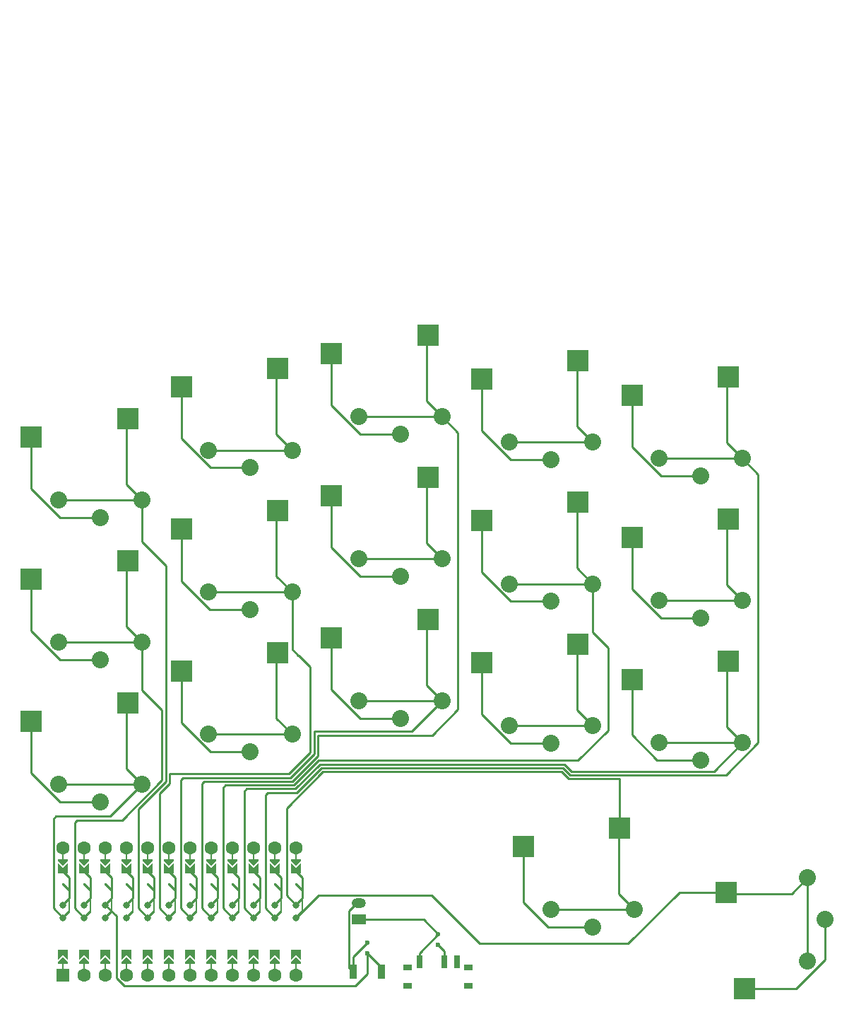
<source format=gbr>
%TF.GenerationSoftware,KiCad,Pcbnew,(6.0.9)*%
%TF.CreationDate,2022-12-19T17:51:50-06:00*%
%TF.ProjectId,gentle34,67656e74-6c65-4333-942e-6b696361645f,v1.0.0*%
%TF.SameCoordinates,Original*%
%TF.FileFunction,Copper,L1,Top*%
%TF.FilePolarity,Positive*%
%FSLAX46Y46*%
G04 Gerber Fmt 4.6, Leading zero omitted, Abs format (unit mm)*
G04 Created by KiCad (PCBNEW (6.0.9)) date 2022-12-19 17:51:50*
%MOMM*%
%LPD*%
G01*
G04 APERTURE LIST*
G04 Aperture macros list*
%AMFreePoly0*
4,1,49,0.088388,4.152388,0.854389,3.386388,0.867708,3.368551,0.871189,3.365530,0.871982,3.362827,0.875852,3.357644,0.882333,3.327543,0.891000,3.298000,0.891000,0.766000,0.887805,0.743969,0.888131,0.739371,0.886780,0.736898,0.885852,0.730498,0.869154,0.704638,0.854389,0.677612,0.088388,-0.088388,0.064607,-0.106146,0.062500,-0.108253,0.061385,-0.108552,0.059644,-0.109852,
0.043810,-0.113261,0.000000,-0.125000,-0.004774,-0.123721,-0.009154,-0.124664,-0.028953,-0.117242,-0.062500,-0.108253,-0.068237,-0.102516,-0.075052,-0.099961,-0.087614,-0.083139,-0.108253,-0.062500,-0.111178,-0.051584,-0.117161,-0.043572,-0.118539,-0.024114,-0.125000,0.000000,-0.121239,0.014035,-0.122131,0.026629,-0.113759,0.041953,-0.108253,0.062500,-0.095642,0.075111,-0.088388,0.088388,
0.641000,0.817777,0.641000,3.246223,-0.088388,3.975612,-0.109852,4.004356,-0.124664,4.073154,-0.099961,4.139052,-0.043572,4.181161,0.026629,4.186131,0.088388,4.152388,0.088388,4.152388,$1*%
%AMFreePoly1*
4,1,6,0.600000,0.200000,0.000000,-0.400000,-0.600000,0.200000,-0.600000,0.400000,0.600000,0.400000,0.600000,0.200000,0.600000,0.200000,$1*%
%AMFreePoly2*
4,1,6,0.600000,-0.250000,-0.600000,-0.250000,-0.600000,1.000000,0.000000,0.400000,0.600000,1.000000,0.600000,-0.250000,0.600000,-0.250000,$1*%
%AMFreePoly3*
4,1,5,0.125000,-0.500000,-0.125000,-0.500000,-0.125000,0.500000,0.125000,0.500000,0.125000,-0.500000,0.125000,-0.500000,$1*%
%AMFreePoly4*
4,1,49,0.088388,4.152388,0.850389,3.390388,0.863708,3.372551,0.867189,3.369530,0.867982,3.366827,0.871852,3.361644,0.878333,3.331543,0.887000,3.302000,0.887000,0.762000,0.883805,0.739969,0.884131,0.735371,0.882780,0.732898,0.881852,0.726498,0.865154,0.700638,0.850389,0.673612,0.088388,-0.088388,0.064607,-0.106146,0.062500,-0.108253,0.061385,-0.108552,0.059644,-0.109852,
0.043810,-0.113261,0.000000,-0.125000,-0.004774,-0.123721,-0.009154,-0.124664,-0.028953,-0.117242,-0.062500,-0.108253,-0.068237,-0.102516,-0.075052,-0.099961,-0.087614,-0.083139,-0.108253,-0.062500,-0.111178,-0.051584,-0.117161,-0.043572,-0.118539,-0.024114,-0.125000,0.000000,-0.121239,0.014035,-0.122131,0.026629,-0.113759,0.041953,-0.108253,0.062500,-0.095642,0.075111,-0.088388,0.088388,
0.637000,0.813777,0.637000,3.250223,-0.088388,3.975612,-0.109852,4.004356,-0.124664,4.073154,-0.099961,4.139052,-0.043572,4.181161,0.026629,4.186131,0.088388,4.152388,0.088388,4.152388,$1*%
G04 Aperture macros list end*
%TA.AperFunction,SMDPad,CuDef*%
%ADD10R,2.600000X2.600000*%
%TD*%
%TA.AperFunction,ComponentPad*%
%ADD11C,2.032000*%
%TD*%
%TA.AperFunction,SMDPad,CuDef*%
%ADD12FreePoly0,0.000000*%
%TD*%
%TA.AperFunction,ComponentPad*%
%ADD13C,1.600000*%
%TD*%
%TA.AperFunction,SMDPad,CuDef*%
%ADD14FreePoly1,180.000000*%
%TD*%
%TA.AperFunction,SMDPad,CuDef*%
%ADD15FreePoly2,180.000000*%
%TD*%
%TA.AperFunction,SMDPad,CuDef*%
%ADD16FreePoly3,180.000000*%
%TD*%
%TA.AperFunction,ComponentPad*%
%ADD17R,1.600000X1.600000*%
%TD*%
%TA.AperFunction,SMDPad,CuDef*%
%ADD18FreePoly2,0.000000*%
%TD*%
%TA.AperFunction,SMDPad,CuDef*%
%ADD19FreePoly3,0.000000*%
%TD*%
%TA.AperFunction,SMDPad,CuDef*%
%ADD20FreePoly1,0.000000*%
%TD*%
%TA.AperFunction,SMDPad,CuDef*%
%ADD21FreePoly4,180.000000*%
%TD*%
%TA.AperFunction,ComponentPad*%
%ADD22C,0.800000*%
%TD*%
%TA.AperFunction,SMDPad,CuDef*%
%ADD23R,0.700000X1.500000*%
%TD*%
%TA.AperFunction,SMDPad,CuDef*%
%ADD24R,1.000000X0.800000*%
%TD*%
%TA.AperFunction,SMDPad,CuDef*%
%ADD25R,0.900000X1.700000*%
%TD*%
%TA.AperFunction,ComponentPad*%
%ADD26C,0.600000*%
%TD*%
%TA.AperFunction,ComponentPad*%
%ADD27R,1.700000X1.200000*%
%TD*%
%TA.AperFunction,ComponentPad*%
%ADD28O,1.700000X1.200000*%
%TD*%
%TA.AperFunction,Conductor*%
%ADD29C,0.250000*%
%TD*%
G04 APERTURE END LIST*
D10*
%TO.P,S1,1*%
%TO.N,P1*%
X21275000Y5950000D03*
%TO.P,S1,2*%
%TO.N,GND*%
X9725000Y3750000D03*
%TD*%
D11*
%TO.P,S2,1*%
%TO.N,P1*%
X13000000Y-3800000D03*
%TO.P,S2,2*%
%TO.N,GND*%
X18000000Y-5900000D03*
%TO.P,S2,1*%
%TO.N,P1*%
X23000000Y-3800000D03*
%TO.P,S2,2*%
%TO.N,GND*%
X18000000Y-5900000D03*
%TD*%
D10*
%TO.P,S3,1*%
%TO.N,P0*%
X21275000Y22950000D03*
%TO.P,S3,2*%
%TO.N,GND*%
X9725000Y20750000D03*
%TD*%
D11*
%TO.P,S4,1*%
%TO.N,P0*%
X13000000Y13200000D03*
%TO.P,S4,2*%
%TO.N,GND*%
X18000000Y11100000D03*
%TO.P,S4,1*%
%TO.N,P0*%
X23000000Y13200000D03*
%TO.P,S4,2*%
%TO.N,GND*%
X18000000Y11100000D03*
%TD*%
D10*
%TO.P,S5,1*%
%TO.N,P2*%
X21275000Y39950000D03*
%TO.P,S5,2*%
%TO.N,GND*%
X9725000Y37750000D03*
%TD*%
D11*
%TO.P,S6,1*%
%TO.N,P2*%
X13000000Y30200000D03*
%TO.P,S6,2*%
%TO.N,GND*%
X18000000Y28100000D03*
%TO.P,S6,1*%
%TO.N,P2*%
X23000000Y30200000D03*
%TO.P,S6,2*%
%TO.N,GND*%
X18000000Y28100000D03*
%TD*%
D10*
%TO.P,S7,1*%
%TO.N,P21*%
X39275000Y11950000D03*
%TO.P,S7,2*%
%TO.N,GND*%
X27725000Y9750000D03*
%TD*%
D11*
%TO.P,S8,1*%
%TO.N,P21*%
X31000000Y2200000D03*
%TO.P,S8,2*%
%TO.N,GND*%
X36000000Y100000D03*
%TO.P,S8,1*%
%TO.N,P21*%
X41000000Y2200000D03*
%TO.P,S8,2*%
%TO.N,GND*%
X36000000Y100000D03*
%TD*%
D10*
%TO.P,S9,1*%
%TO.N,P3*%
X39275000Y28950000D03*
%TO.P,S9,2*%
%TO.N,GND*%
X27725000Y26750000D03*
%TD*%
D11*
%TO.P,S10,1*%
%TO.N,P3*%
X31000000Y19200000D03*
%TO.P,S10,2*%
%TO.N,GND*%
X36000000Y17100000D03*
%TO.P,S10,1*%
%TO.N,P3*%
X41000000Y19200000D03*
%TO.P,S10,2*%
%TO.N,GND*%
X36000000Y17100000D03*
%TD*%
D10*
%TO.P,S11,1*%
%TO.N,P20*%
X39275000Y45950000D03*
%TO.P,S11,2*%
%TO.N,GND*%
X27725000Y43750000D03*
%TD*%
D11*
%TO.P,S12,1*%
%TO.N,P20*%
X31000000Y36200000D03*
%TO.P,S12,2*%
%TO.N,GND*%
X36000000Y34100000D03*
%TO.P,S12,1*%
%TO.N,P20*%
X41000000Y36200000D03*
%TO.P,S12,2*%
%TO.N,GND*%
X36000000Y34100000D03*
%TD*%
D10*
%TO.P,S13,1*%
%TO.N,P4*%
X57275000Y15950000D03*
%TO.P,S13,2*%
%TO.N,GND*%
X45725000Y13750000D03*
%TD*%
D11*
%TO.P,S14,1*%
%TO.N,P4*%
X49000000Y6200000D03*
%TO.P,S14,2*%
%TO.N,GND*%
X54000000Y4100000D03*
%TO.P,S14,1*%
%TO.N,P4*%
X59000000Y6200000D03*
%TO.P,S14,2*%
%TO.N,GND*%
X54000000Y4100000D03*
%TD*%
D10*
%TO.P,S15,1*%
%TO.N,P19*%
X57275000Y32950000D03*
%TO.P,S15,2*%
%TO.N,GND*%
X45725000Y30750000D03*
%TD*%
D11*
%TO.P,S16,1*%
%TO.N,P19*%
X49000000Y23200000D03*
%TO.P,S16,2*%
%TO.N,GND*%
X54000000Y21100000D03*
%TO.P,S16,1*%
%TO.N,P19*%
X59000000Y23200000D03*
%TO.P,S16,2*%
%TO.N,GND*%
X54000000Y21100000D03*
%TD*%
D10*
%TO.P,S17,1*%
%TO.N,P5*%
X57275000Y49950000D03*
%TO.P,S17,2*%
%TO.N,GND*%
X45725000Y47750000D03*
%TD*%
D11*
%TO.P,S18,1*%
%TO.N,P5*%
X49000000Y40200000D03*
%TO.P,S18,2*%
%TO.N,GND*%
X54000000Y38100000D03*
%TO.P,S18,1*%
%TO.N,P5*%
X59000000Y40200000D03*
%TO.P,S18,2*%
%TO.N,GND*%
X54000000Y38100000D03*
%TD*%
D10*
%TO.P,S19,1*%
%TO.N,P18*%
X75275000Y12950000D03*
%TO.P,S19,2*%
%TO.N,GND*%
X63725000Y10750000D03*
%TD*%
D11*
%TO.P,S20,1*%
%TO.N,P18*%
X67000000Y3200000D03*
%TO.P,S20,2*%
%TO.N,GND*%
X72000000Y1100000D03*
%TO.P,S20,1*%
%TO.N,P18*%
X77000000Y3200000D03*
%TO.P,S20,2*%
%TO.N,GND*%
X72000000Y1100000D03*
%TD*%
D10*
%TO.P,S21,1*%
%TO.N,P6*%
X75275000Y29950000D03*
%TO.P,S21,2*%
%TO.N,GND*%
X63725000Y27750000D03*
%TD*%
D11*
%TO.P,S22,1*%
%TO.N,P6*%
X67000000Y20200000D03*
%TO.P,S22,2*%
%TO.N,GND*%
X72000000Y18100000D03*
%TO.P,S22,1*%
%TO.N,P6*%
X77000000Y20200000D03*
%TO.P,S22,2*%
%TO.N,GND*%
X72000000Y18100000D03*
%TD*%
D10*
%TO.P,S23,1*%
%TO.N,P15*%
X75275000Y46950000D03*
%TO.P,S23,2*%
%TO.N,GND*%
X63725000Y44750000D03*
%TD*%
D11*
%TO.P,S24,1*%
%TO.N,P15*%
X67000000Y37200000D03*
%TO.P,S24,2*%
%TO.N,GND*%
X72000000Y35100000D03*
%TO.P,S24,1*%
%TO.N,P15*%
X77000000Y37200000D03*
%TO.P,S24,2*%
%TO.N,GND*%
X72000000Y35100000D03*
%TD*%
D10*
%TO.P,S25,1*%
%TO.N,P7*%
X93275000Y10950000D03*
%TO.P,S25,2*%
%TO.N,GND*%
X81725000Y8750000D03*
%TD*%
D11*
%TO.P,S26,1*%
%TO.N,P7*%
X85000000Y1200000D03*
%TO.P,S26,2*%
%TO.N,GND*%
X90000000Y-900000D03*
%TO.P,S26,1*%
%TO.N,P7*%
X95000000Y1200000D03*
%TO.P,S26,2*%
%TO.N,GND*%
X90000000Y-900000D03*
%TD*%
D10*
%TO.P,S27,1*%
%TO.N,P14*%
X93275000Y27950000D03*
%TO.P,S27,2*%
%TO.N,GND*%
X81725000Y25750000D03*
%TD*%
D11*
%TO.P,S28,1*%
%TO.N,P14*%
X85000000Y18200000D03*
%TO.P,S28,2*%
%TO.N,GND*%
X90000000Y16100000D03*
%TO.P,S28,1*%
%TO.N,P14*%
X95000000Y18200000D03*
%TO.P,S28,2*%
%TO.N,GND*%
X90000000Y16100000D03*
%TD*%
D10*
%TO.P,S29,1*%
%TO.N,P8*%
X93275000Y44950000D03*
%TO.P,S29,2*%
%TO.N,GND*%
X81725000Y42750000D03*
%TD*%
D11*
%TO.P,S30,1*%
%TO.N,P8*%
X85000000Y35200000D03*
%TO.P,S30,2*%
%TO.N,GND*%
X90000000Y33100000D03*
%TO.P,S30,1*%
%TO.N,P8*%
X95000000Y35200000D03*
%TO.P,S30,2*%
%TO.N,GND*%
X90000000Y33100000D03*
%TD*%
D10*
%TO.P,S31,1*%
%TO.N,P10*%
X80275000Y-9050000D03*
%TO.P,S31,2*%
%TO.N,GND*%
X68725000Y-11250000D03*
%TD*%
D11*
%TO.P,S32,1*%
%TO.N,P10*%
X72000000Y-18800000D03*
%TO.P,S32,2*%
%TO.N,GND*%
X77000000Y-20900000D03*
%TO.P,S32,1*%
%TO.N,P10*%
X82000000Y-18800000D03*
%TO.P,S32,2*%
%TO.N,GND*%
X77000000Y-20900000D03*
%TD*%
D10*
%TO.P,S33,1*%
%TO.N,P9*%
X93050000Y-16725000D03*
%TO.P,S33,2*%
%TO.N,GND*%
X95250000Y-28275000D03*
%TD*%
D11*
%TO.P,S34,1*%
%TO.N,P9*%
X102800000Y-25000000D03*
%TO.P,S34,2*%
%TO.N,GND*%
X104900000Y-20000000D03*
%TO.P,S34,1*%
%TO.N,P9*%
X102800000Y-15000000D03*
%TO.P,S34,2*%
%TO.N,GND*%
X104900000Y-20000000D03*
%TD*%
D12*
%TO.P,MCU1,2*%
%TO.N,GND*%
X16070000Y-18238000D03*
D13*
%TO.P,MCU1,*%
%TO.N,*%
X13530000Y-26620000D03*
X16070000Y-26620000D03*
X18610000Y-26620000D03*
X21150000Y-26620000D03*
X23690000Y-26620000D03*
X26230000Y-26620000D03*
X28770000Y-26620000D03*
X31310000Y-26620000D03*
X33850000Y-26620000D03*
X36390000Y-26620000D03*
X38930000Y-26620000D03*
X41470000Y-26620000D03*
X41470000Y-11380000D03*
X38930000Y-11380000D03*
X36390000Y-11380000D03*
X33850000Y-11380000D03*
X31310000Y-11380000D03*
X28770000Y-11380000D03*
X26230000Y-11380000D03*
X23690000Y-11380000D03*
X21150000Y-11380000D03*
X18610000Y-11380000D03*
X16070000Y-11380000D03*
X13530000Y-11380000D03*
D14*
X13530000Y-24842000D03*
D15*
%TO.P,MCU1,24*%
%TO.N,P1*%
X13530000Y-23826000D03*
D16*
%TO.P,MCU1,*%
%TO.N,*%
X13530000Y-25350000D03*
D17*
X13530000Y-26620000D03*
D16*
X16070000Y-25350000D03*
D14*
X16070000Y-24842000D03*
D15*
%TO.P,MCU1,23*%
%TO.N,P0*%
X16070000Y-23826000D03*
D16*
%TO.P,MCU1,*%
%TO.N,*%
X18610000Y-25350000D03*
D14*
X18610000Y-24842000D03*
D15*
%TO.P,MCU1,22*%
%TO.N,GND*%
X18610000Y-23826000D03*
D16*
%TO.P,MCU1,*%
%TO.N,*%
X21150000Y-25350000D03*
D14*
X21150000Y-24842000D03*
D15*
%TO.P,MCU1,21*%
%TO.N,GND*%
X21150000Y-23826000D03*
D16*
%TO.P,MCU1,*%
%TO.N,*%
X23690000Y-25350000D03*
D14*
X23690000Y-24842000D03*
D15*
%TO.P,MCU1,20*%
%TO.N,P2*%
X23690000Y-23826000D03*
D16*
%TO.P,MCU1,*%
%TO.N,*%
X26230000Y-25350000D03*
D14*
X26230000Y-24842000D03*
D15*
%TO.P,MCU1,19*%
%TO.N,P3*%
X26230000Y-23826000D03*
D16*
%TO.P,MCU1,*%
%TO.N,*%
X28770000Y-25350000D03*
D14*
X28770000Y-24842000D03*
D15*
%TO.P,MCU1,18*%
%TO.N,P4*%
X28770000Y-23826000D03*
D16*
%TO.P,MCU1,*%
%TO.N,*%
X31310000Y-25350000D03*
D14*
X31310000Y-24842000D03*
D15*
%TO.P,MCU1,17*%
%TO.N,P5*%
X31310000Y-23826000D03*
D16*
%TO.P,MCU1,*%
%TO.N,*%
X33850000Y-25350000D03*
D14*
X33850000Y-24842000D03*
D15*
%TO.P,MCU1,16*%
%TO.N,P6*%
X33850000Y-23826000D03*
D16*
%TO.P,MCU1,*%
%TO.N,*%
X36390000Y-25350000D03*
D14*
X36390000Y-24842000D03*
D15*
%TO.P,MCU1,15*%
%TO.N,P7*%
X36390000Y-23826000D03*
D16*
%TO.P,MCU1,*%
%TO.N,*%
X38930000Y-25350000D03*
D14*
X38930000Y-24842000D03*
D15*
%TO.P,MCU1,14*%
%TO.N,P8*%
X38930000Y-23826000D03*
D16*
%TO.P,MCU1,*%
%TO.N,*%
X41470000Y-25350000D03*
D14*
X41470000Y-24842000D03*
D15*
%TO.P,MCU1,13*%
%TO.N,P9*%
X41470000Y-23826000D03*
D18*
%TO.P,MCU1,1*%
%TO.N,RAW*%
X13530000Y-14174000D03*
%TO.P,MCU1,3*%
%TO.N,RST*%
X18610000Y-14174000D03*
D19*
%TO.P,MCU1,*%
%TO.N,*%
X18610000Y-12650000D03*
D20*
X18610000Y-13158000D03*
X13530000Y-13158000D03*
D19*
X16070000Y-12650000D03*
D18*
%TO.P,MCU1,2*%
%TO.N,GND*%
X16070000Y-14174000D03*
D19*
%TO.P,MCU1,*%
%TO.N,*%
X13530000Y-12650000D03*
D18*
%TO.P,MCU1,4*%
%TO.N,VCC*%
X21150000Y-14174000D03*
D20*
%TO.P,MCU1,*%
%TO.N,*%
X16070000Y-13158000D03*
X21150000Y-13158000D03*
D18*
%TO.P,MCU1,6*%
%TO.N,P20*%
X26230000Y-14174000D03*
%TO.P,MCU1,7*%
%TO.N,P19*%
X28770000Y-14174000D03*
D19*
%TO.P,MCU1,*%
%TO.N,*%
X41470000Y-12650000D03*
D20*
X28770000Y-13158000D03*
D19*
X36390000Y-12650000D03*
D18*
%TO.P,MCU1,8*%
%TO.N,P18*%
X31310000Y-14174000D03*
D19*
%TO.P,MCU1,*%
%TO.N,*%
X28770000Y-12650000D03*
D18*
%TO.P,MCU1,12*%
%TO.N,P10*%
X41470000Y-14174000D03*
D20*
%TO.P,MCU1,*%
%TO.N,*%
X31310000Y-13158000D03*
D19*
X33850000Y-12650000D03*
D20*
X41470000Y-13158000D03*
D19*
X23690000Y-12650000D03*
X31310000Y-12650000D03*
X26230000Y-12650000D03*
D18*
%TO.P,MCU1,9*%
%TO.N,P15*%
X33850000Y-14174000D03*
D19*
%TO.P,MCU1,*%
%TO.N,*%
X21150000Y-12650000D03*
D20*
X23690000Y-13158000D03*
X26230000Y-13158000D03*
X33850000Y-13158000D03*
D18*
%TO.P,MCU1,10*%
%TO.N,P14*%
X36390000Y-14174000D03*
D20*
%TO.P,MCU1,*%
%TO.N,*%
X36390000Y-13158000D03*
X38930000Y-13158000D03*
D18*
%TO.P,MCU1,11*%
%TO.N,P16*%
X38930000Y-14174000D03*
D19*
%TO.P,MCU1,*%
%TO.N,*%
X38930000Y-12650000D03*
D18*
%TO.P,MCU1,5*%
%TO.N,P21*%
X23690000Y-14174000D03*
D21*
%TO.P,MCU1,23*%
%TO.N,P0*%
X16070000Y-19762000D03*
D22*
%TO.P,MCU1,2*%
%TO.N,GND*%
X16070000Y-18238000D03*
%TO.P,MCU1,23*%
%TO.N,P0*%
X16070000Y-19762000D03*
%TO.P,MCU1,24*%
%TO.N,P1*%
X13530000Y-19762000D03*
%TO.P,MCU1,1*%
%TO.N,RAW*%
X13530000Y-18238000D03*
D12*
X13530000Y-18238000D03*
D21*
%TO.P,MCU1,24*%
%TO.N,P1*%
X13530000Y-19762000D03*
D22*
%TO.P,MCU1,22*%
%TO.N,GND*%
X18610000Y-19762000D03*
%TO.P,MCU1,3*%
%TO.N,RST*%
X18610000Y-18238000D03*
D12*
X18610000Y-18238000D03*
D21*
%TO.P,MCU1,22*%
%TO.N,GND*%
X18610000Y-19762000D03*
D22*
%TO.P,MCU1,21*%
X21150000Y-19762000D03*
%TO.P,MCU1,4*%
%TO.N,VCC*%
X21150000Y-18238000D03*
D12*
X21150000Y-18238000D03*
D21*
%TO.P,MCU1,21*%
%TO.N,GND*%
X21150000Y-19762000D03*
D22*
%TO.P,MCU1,20*%
%TO.N,P2*%
X23690000Y-19762000D03*
%TO.P,MCU1,5*%
%TO.N,P21*%
X23690000Y-18238000D03*
D12*
X23690000Y-18238000D03*
D21*
%TO.P,MCU1,20*%
%TO.N,P2*%
X23690000Y-19762000D03*
D22*
%TO.P,MCU1,19*%
%TO.N,P3*%
X26230000Y-19762000D03*
%TO.P,MCU1,6*%
%TO.N,P20*%
X26230000Y-18238000D03*
D12*
X26230000Y-18238000D03*
D21*
%TO.P,MCU1,19*%
%TO.N,P3*%
X26230000Y-19762000D03*
D22*
%TO.P,MCU1,18*%
%TO.N,P4*%
X28770000Y-19762000D03*
%TO.P,MCU1,7*%
%TO.N,P19*%
X28770000Y-18238000D03*
D12*
X28770000Y-18238000D03*
D21*
%TO.P,MCU1,18*%
%TO.N,P4*%
X28770000Y-19762000D03*
D22*
%TO.P,MCU1,17*%
%TO.N,P5*%
X31310000Y-19762000D03*
%TO.P,MCU1,8*%
%TO.N,P18*%
X31310000Y-18238000D03*
D12*
X31310000Y-18238000D03*
D21*
%TO.P,MCU1,17*%
%TO.N,P5*%
X31310000Y-19762000D03*
D22*
%TO.P,MCU1,16*%
%TO.N,P6*%
X33850000Y-19762000D03*
%TO.P,MCU1,9*%
%TO.N,P15*%
X33850000Y-18238000D03*
D12*
X33850000Y-18238000D03*
D21*
%TO.P,MCU1,16*%
%TO.N,P6*%
X33850000Y-19762000D03*
D22*
%TO.P,MCU1,15*%
%TO.N,P7*%
X36390000Y-19762000D03*
%TO.P,MCU1,10*%
%TO.N,P14*%
X36390000Y-18238000D03*
D12*
X36390000Y-18238000D03*
D21*
%TO.P,MCU1,15*%
%TO.N,P7*%
X36390000Y-19762000D03*
D22*
%TO.P,MCU1,14*%
%TO.N,P8*%
X38930000Y-19762000D03*
%TO.P,MCU1,11*%
%TO.N,P16*%
X38930000Y-18238000D03*
D12*
X38930000Y-18238000D03*
D21*
%TO.P,MCU1,14*%
%TO.N,P8*%
X38930000Y-19762000D03*
D22*
%TO.P,MCU1,13*%
%TO.N,P9*%
X41470000Y-19762000D03*
%TO.P,MCU1,12*%
%TO.N,P10*%
X41470000Y-18238000D03*
D12*
X41470000Y-18238000D03*
D21*
%TO.P,MCU1,13*%
%TO.N,P9*%
X41470000Y-19762000D03*
%TD*%
D23*
%TO.P,,1*%
%TO.N,pos*%
X56250000Y-25070000D03*
%TO.P,,2*%
%TO.N,RAW*%
X59250000Y-25070000D03*
%TO.P,,3*%
%TO.N,N/C*%
X60750000Y-25070000D03*
D24*
%TO.P,,*%
%TO.N,*%
X54850000Y-27930000D03*
X62150000Y-27930000D03*
X62150000Y-25720000D03*
X54850000Y-25720000D03*
%TD*%
D25*
%TO.P,,1*%
%TO.N,RST*%
X51700000Y-26250000D03*
%TO.P,,2*%
%TO.N,GND*%
X48300000Y-26250000D03*
%TD*%
D26*
%TO.P,REF\u002A\u002A,1*%
%TO.N,RAW*%
X58500000Y-23000000D03*
%TD*%
%TO.P,REF\u002A\u002A,1*%
%TO.N,pos*%
X58500000Y-21750000D03*
%TD*%
%TO.P,REF\u002A\u002A,1*%
%TO.N,GND*%
X50000000Y-22750000D03*
%TD*%
%TO.P,REF\u002A\u002A,1*%
%TO.N,RST*%
X50000000Y-24000000D03*
%TD*%
D27*
%TO.P,JST1,1*%
%TO.N,pos*%
X49000000Y-20000000D03*
D28*
%TO.P,JST1,2*%
%TO.N,GND*%
X49000000Y-18000000D03*
%TD*%
D29*
%TO.N,RST*%
X19938000Y-19566000D02*
X18610000Y-18238000D01*
X19938000Y-26998991D02*
X19938000Y-19566000D01*
X48560000Y-27940000D02*
X20879009Y-27940000D01*
X20879009Y-27940000D02*
X19938000Y-26998991D01*
X50000000Y-26500000D02*
X48560000Y-27940000D01*
X50000000Y-24000000D02*
X50000000Y-26500000D01*
%TO.N,GND*%
X47825000Y-25775000D02*
X48300000Y-26250000D01*
X47825000Y-18925000D02*
X47825000Y-25775000D01*
X48750000Y-18000000D02*
X47825000Y-18925000D01*
X49000000Y-18000000D02*
X48750000Y-18000000D01*
%TO.N,pos*%
X56750000Y-20000000D02*
X58500000Y-21750000D01*
X49000000Y-20000000D02*
X56750000Y-20000000D01*
%TO.N,RAW*%
X59250000Y-25070000D02*
X59250000Y-23750000D01*
X59250000Y-23750000D02*
X58500000Y-23000000D01*
%TO.N,pos*%
X56250000Y-24000000D02*
X58500000Y-21750000D01*
X56250000Y-25070000D02*
X56250000Y-24000000D01*
%TO.N,RST*%
X51700000Y-25700000D02*
X50000000Y-24000000D01*
X51700000Y-26250000D02*
X51700000Y-25700000D01*
%TO.N,GND*%
X48300000Y-24450000D02*
X50000000Y-22750000D01*
X48300000Y-26250000D02*
X48300000Y-24450000D01*
%TO.N,P9*%
X44157000Y-17075000D02*
X41470000Y-19762000D01*
X57715000Y-17075000D02*
X44157000Y-17075000D01*
X63500000Y-22860000D02*
X57715000Y-17075000D01*
X81280000Y-22860000D02*
X63500000Y-22860000D01*
X87415000Y-16725000D02*
X81280000Y-22860000D01*
X93050000Y-16725000D02*
X87415000Y-16725000D01*
%TO.N,P10*%
X40345000Y-17113000D02*
X41470000Y-18238000D01*
X40345000Y-6653376D02*
X40345000Y-17113000D01*
X44693782Y-2304594D02*
X40345000Y-6653376D01*
X73287208Y-2304594D02*
X44693782Y-2304594D01*
X74123614Y-3141000D02*
X73287208Y-2304594D01*
X80275000Y-3141000D02*
X74123614Y-3141000D01*
X80275000Y-9050000D02*
X80275000Y-3141000D01*
%TO.N,P8*%
X37805000Y-18637000D02*
X38930000Y-19762000D01*
X37805000Y-5085000D02*
X37805000Y-18637000D01*
X41571980Y-4790000D02*
X38100000Y-4790000D01*
X44507386Y-1854594D02*
X41571980Y-4790000D01*
X38100000Y-4790000D02*
X37805000Y-5085000D01*
X73473604Y-1854594D02*
X44507386Y-1854594D01*
X74310010Y-2691000D02*
X73473604Y-1854594D01*
X93005461Y-2691000D02*
X74310010Y-2691000D01*
X96875001Y1178540D02*
X93005461Y-2691000D01*
X96875001Y33324999D02*
X96875001Y1178540D01*
X95000000Y35200000D02*
X96875001Y33324999D01*
%TO.N,P7*%
X35265000Y-18637000D02*
X36390000Y-19762000D01*
X35265000Y-4635000D02*
X35265000Y-18637000D01*
X35560000Y-4340000D02*
X35265000Y-4635000D01*
X41385584Y-4340000D02*
X35560000Y-4340000D01*
X44320990Y-1404594D02*
X41385584Y-4340000D01*
X73660000Y-1404594D02*
X44320990Y-1404594D01*
X74496406Y-2241000D02*
X73660000Y-1404594D01*
X91559000Y-2241000D02*
X74496406Y-2241000D01*
X95000000Y1200000D02*
X91559000Y-2241000D01*
%TO.N,P6*%
X32725000Y-18637000D02*
X33850000Y-19762000D01*
X32725000Y-4185000D02*
X32725000Y-18637000D01*
X33020000Y-3890000D02*
X32725000Y-4185000D01*
X41199188Y-3890000D02*
X33020000Y-3890000D01*
X44134594Y-954594D02*
X41199188Y-3890000D01*
X75245406Y-954594D02*
X44134594Y-954594D01*
X78875001Y2675001D02*
X75245406Y-954594D01*
X78875001Y12564999D02*
X78875001Y2675001D01*
X77000000Y14440000D02*
X78875001Y12564999D01*
X77000000Y20200000D02*
X77000000Y14440000D01*
%TO.N,P5*%
X30185000Y-18637000D02*
X31310000Y-19762000D01*
X41012792Y-3440000D02*
X30480000Y-3440000D01*
X30480000Y-3440000D02*
X30185000Y-3735000D01*
X30185000Y-3735000D02*
X30185000Y-18637000D01*
X44080000Y-372792D02*
X41012792Y-3440000D01*
X44080000Y2090000D02*
X44080000Y-372792D01*
X57800002Y2090000D02*
X44080000Y2090000D01*
X60875001Y5164999D02*
X57800002Y2090000D01*
X60875001Y38324999D02*
X60875001Y5164999D01*
X59000000Y40200000D02*
X60875001Y38324999D01*
%TO.N,P4*%
X27645000Y-18637000D02*
X28770000Y-19762000D01*
X27940000Y-2990000D02*
X27645000Y-3285000D01*
X27645000Y-3285000D02*
X27645000Y-18637000D01*
X40826396Y-2990000D02*
X27940000Y-2990000D01*
X43630000Y-186396D02*
X40826396Y-2990000D01*
X43630000Y2540000D02*
X43630000Y-186396D01*
X55340000Y2540000D02*
X43630000Y2540000D01*
X59000000Y6200000D02*
X55340000Y2540000D01*
%TO.N,P3*%
X25105000Y-18637000D02*
X26230000Y-19762000D01*
X25105000Y-4864253D02*
X25105000Y-18637000D01*
X26300000Y-3669253D02*
X25105000Y-4864253D01*
X26300000Y-2540000D02*
X26300000Y-3669253D01*
X40640000Y-2540000D02*
X26300000Y-2540000D01*
X41714999Y11625001D02*
X41776651Y11625001D01*
X43180000Y0D02*
X40640000Y-2540000D01*
X43180000Y10221652D02*
X43180000Y0D01*
X41000000Y12340000D02*
X41714999Y11625001D01*
X41776651Y11625001D02*
X43180000Y10221652D01*
X41000000Y19200000D02*
X41000000Y12340000D01*
%TO.N,P2*%
X22565000Y-18637000D02*
X23690000Y-19762000D01*
X22565000Y-6767857D02*
X22565000Y-18637000D01*
X25850000Y-3482857D02*
X22565000Y-6767857D01*
X25850000Y22410000D02*
X25850000Y-3482857D01*
X23000000Y25260000D02*
X25850000Y22410000D01*
X23000000Y30200000D02*
X23000000Y25260000D01*
%TO.N,P0*%
X14945000Y-18637000D02*
X16070000Y-19762000D01*
X15240000Y-8070000D02*
X14945000Y-8365000D01*
X20626461Y-8070000D02*
X15240000Y-8070000D01*
X25400000Y-3296461D02*
X20626461Y-8070000D01*
X25400000Y5080000D02*
X25400000Y-3296461D01*
X23000000Y7480000D02*
X25400000Y5080000D01*
X14945000Y-8365000D02*
X14945000Y-18637000D01*
X23000000Y13200000D02*
X23000000Y7480000D01*
%TO.N,P1*%
X12405000Y-7915000D02*
X12405000Y-18637000D01*
X12700000Y-7620000D02*
X12405000Y-7915000D01*
X19180000Y-7620000D02*
X12700000Y-7620000D01*
X23000000Y-3800000D02*
X19180000Y-7620000D01*
X12405000Y-18637000D02*
X13530000Y-19762000D01*
%TO.N,P10*%
X80124999Y-16924999D02*
X82000000Y-18800000D01*
X80124999Y-9200001D02*
X80124999Y-16924999D01*
X80275000Y-9050000D02*
X80124999Y-9200001D01*
X72000000Y-18800000D02*
X82000000Y-18800000D01*
%TO.N,GND*%
X68725000Y-17925000D02*
X71700000Y-20900000D01*
X68725000Y-11250000D02*
X68725000Y-17925000D01*
X71700000Y-20900000D02*
X77000000Y-20900000D01*
%TO.N,P9*%
X102800000Y-15000000D02*
X102800000Y-25000000D01*
X93050000Y-16725000D02*
X93200001Y-16875001D01*
X93200001Y-16875001D02*
X100924999Y-16875001D01*
X100924999Y-16875001D02*
X102800000Y-15000000D01*
%TO.N,GND*%
X104900000Y-24796461D02*
X104900000Y-20000000D01*
X101421461Y-28275000D02*
X104900000Y-24796461D01*
X95250000Y-28275000D02*
X101421461Y-28275000D01*
%TO.N,P8*%
X93124999Y44799999D02*
X93275000Y44950000D01*
X93124999Y37075001D02*
X93124999Y44799999D01*
X95000000Y35200000D02*
X93124999Y37075001D01*
X85000000Y35200000D02*
X95000000Y35200000D01*
%TO.N,GND*%
X85203539Y33100000D02*
X90000000Y33100000D01*
X81725000Y36578539D02*
X85203539Y33100000D01*
X81725000Y42750000D02*
X81725000Y36578539D01*
%TO.N,P14*%
X93124999Y20075001D02*
X95000000Y18200000D01*
X93124999Y27799999D02*
X93124999Y20075001D01*
X93275000Y27950000D02*
X93124999Y27799999D01*
X85000000Y18200000D02*
X95000000Y18200000D01*
%TO.N,GND*%
X85203539Y16100000D02*
X90000000Y16100000D01*
X81725000Y25750000D02*
X81725000Y19578539D01*
X81725000Y19578539D02*
X85203539Y16100000D01*
%TO.N,P7*%
X93124999Y3075001D02*
X95000000Y1200000D01*
X93124999Y10799999D02*
X93124999Y3075001D01*
X93275000Y10950000D02*
X93124999Y10799999D01*
X85000000Y1200000D02*
X95000000Y1200000D01*
%TO.N,GND*%
X84720000Y-900000D02*
X90000000Y-900000D01*
X81725000Y2095000D02*
X84720000Y-900000D01*
X81725000Y8750000D02*
X81725000Y2095000D01*
%TO.N,P18*%
X75124999Y5075001D02*
X77000000Y3200000D01*
X75124999Y12799999D02*
X75124999Y5075001D01*
X75275000Y12950000D02*
X75124999Y12799999D01*
X67000000Y3200000D02*
X77000000Y3200000D01*
%TO.N,GND*%
X67203539Y1100000D02*
X72000000Y1100000D01*
X63725000Y10750000D02*
X63725000Y4578539D01*
X63725000Y4578539D02*
X67203539Y1100000D01*
%TO.N,P6*%
X75124999Y22075001D02*
X77000000Y20200000D01*
X75275000Y29950000D02*
X75124999Y29799999D01*
X75124999Y29799999D02*
X75124999Y22075001D01*
X67000000Y20200000D02*
X77000000Y20200000D01*
%TO.N,GND*%
X67203539Y18100000D02*
X72000000Y18100000D01*
X63725000Y21578539D02*
X67203539Y18100000D01*
X63725000Y27750000D02*
X63725000Y21578539D01*
%TO.N,P15*%
X75124999Y39075001D02*
X77000000Y37200000D01*
X75124999Y46799999D02*
X75124999Y39075001D01*
X75275000Y46950000D02*
X75124999Y46799999D01*
X67000000Y37200000D02*
X77000000Y37200000D01*
%TO.N,GND*%
X67203539Y35100000D02*
X72000000Y35100000D01*
X63725000Y38578539D02*
X67203539Y35100000D01*
X63725000Y44750000D02*
X63725000Y38578539D01*
%TO.N,P5*%
X57124999Y42075001D02*
X59000000Y40200000D01*
X57124999Y49799999D02*
X57124999Y42075001D01*
X57275000Y49950000D02*
X57124999Y49799999D01*
X49000000Y40200000D02*
X59000000Y40200000D01*
%TO.N,GND*%
X49203539Y38100000D02*
X54000000Y38100000D01*
X45725000Y41578539D02*
X49203539Y38100000D01*
X45725000Y47750000D02*
X45725000Y41578539D01*
%TO.N,P19*%
X57124999Y25075001D02*
X59000000Y23200000D01*
X57124999Y32799999D02*
X57124999Y25075001D01*
X57275000Y32950000D02*
X57124999Y32799999D01*
X49000000Y23200000D02*
X59000000Y23200000D01*
%TO.N,GND*%
X49203539Y21100000D02*
X54000000Y21100000D01*
X45725000Y24578539D02*
X49203539Y21100000D01*
X45725000Y30750000D02*
X45725000Y24578539D01*
%TO.N,P4*%
X57124999Y8075001D02*
X59000000Y6200000D01*
X57124999Y15799999D02*
X57124999Y8075001D01*
X57275000Y15950000D02*
X57124999Y15799999D01*
X49000000Y6200000D02*
X59000000Y6200000D01*
%TO.N,GND*%
X49203539Y4100000D02*
X54000000Y4100000D01*
X45725000Y7578539D02*
X49203539Y4100000D01*
X45725000Y13750000D02*
X45725000Y7578539D01*
%TO.N,P21*%
X39124999Y4075001D02*
X41000000Y2200000D01*
X39124999Y11799999D02*
X39124999Y4075001D01*
X39275000Y11950000D02*
X39124999Y11799999D01*
X31000000Y2200000D02*
X41000000Y2200000D01*
%TO.N,GND*%
X31203539Y100000D02*
X36000000Y100000D01*
X27725000Y3578539D02*
X31203539Y100000D01*
X27725000Y9750000D02*
X27725000Y3578539D01*
%TO.N,P3*%
X31000000Y19200000D02*
X41000000Y19200000D01*
X39124999Y21075001D02*
X41000000Y19200000D01*
X39124999Y28799999D02*
X39124999Y21075001D01*
X39275000Y28950000D02*
X39124999Y28799999D01*
%TO.N,GND*%
X31160000Y17100000D02*
X36000000Y17100000D01*
X27725000Y20535000D02*
X31160000Y17100000D01*
X27725000Y26750000D02*
X27725000Y20535000D01*
%TO.N,P20*%
X39124999Y45799999D02*
X39124999Y38075001D01*
X39275000Y45950000D02*
X39124999Y45799999D01*
X39124999Y38075001D02*
X41000000Y36200000D01*
X31000000Y36200000D02*
X41000000Y36200000D01*
%TO.N,GND*%
X31203539Y34100000D02*
X36000000Y34100000D01*
X27725000Y37578539D02*
X31203539Y34100000D01*
X27725000Y43750000D02*
X27725000Y37578539D01*
%TO.N,P2*%
X21124999Y39799999D02*
X21124999Y32075001D01*
X21124999Y32075001D02*
X23000000Y30200000D01*
X21275000Y39950000D02*
X21124999Y39799999D01*
X13000000Y30200000D02*
X23000000Y30200000D01*
%TO.N,GND*%
X9725000Y31578539D02*
X13203539Y28100000D01*
X13203539Y28100000D02*
X18000000Y28100000D01*
X9725000Y37750000D02*
X9725000Y31578539D01*
%TO.N,P0*%
X21124999Y22799999D02*
X21124999Y15075001D01*
X21275000Y22950000D02*
X21124999Y22799999D01*
X21124999Y15075001D02*
X23000000Y13200000D01*
X13000000Y13200000D02*
X23000000Y13200000D01*
%TO.N,GND*%
X13203539Y11100000D02*
X18000000Y11100000D01*
X9725000Y14578539D02*
X13203539Y11100000D01*
X9725000Y20750000D02*
X9725000Y14578539D01*
%TO.N,P1*%
X21124999Y-1924999D02*
X23000000Y-3800000D01*
X21275000Y5950000D02*
X21124999Y5799999D01*
X21124999Y5799999D02*
X21124999Y-1924999D01*
X13000000Y-3800000D02*
X23000000Y-3800000D01*
%TO.N,GND*%
X13203539Y-5900000D02*
X18000000Y-5900000D01*
X9725000Y-2421461D02*
X13203539Y-5900000D01*
X9725000Y3750000D02*
X9725000Y-2421461D01*
%TD*%
M02*

</source>
